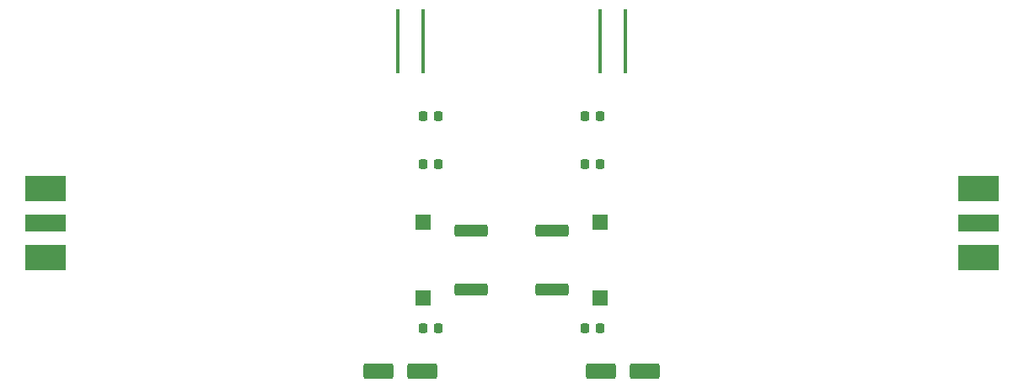
<source format=gtp>
%TF.GenerationSoftware,KiCad,Pcbnew,(7.0.0)*%
%TF.CreationDate,2023-07-10T13:28:02+01:00*%
%TF.ProjectId,lc-b3-mpa,6c632d62-332d-46d7-9061-2e6b69636164,rev?*%
%TF.SameCoordinates,PX5bf2160PY7a21618*%
%TF.FileFunction,Paste,Top*%
%TF.FilePolarity,Positive*%
%FSLAX46Y46*%
G04 Gerber Fmt 4.6, Leading zero omitted, Abs format (unit mm)*
G04 Created by KiCad (PCBNEW (7.0.0)) date 2023-07-10 13:28:02*
%MOMM*%
%LPD*%
G01*
G04 APERTURE LIST*
G04 Aperture macros list*
%AMRoundRect*
0 Rectangle with rounded corners*
0 $1 Rounding radius*
0 $2 $3 $4 $5 $6 $7 $8 $9 X,Y pos of 4 corners*
0 Add a 4 corners polygon primitive as box body*
4,1,4,$2,$3,$4,$5,$6,$7,$8,$9,$2,$3,0*
0 Add four circle primitives for the rounded corners*
1,1,$1+$1,$2,$3*
1,1,$1+$1,$4,$5*
1,1,$1+$1,$6,$7*
1,1,$1+$1,$8,$9*
0 Add four rect primitives between the rounded corners*
20,1,$1+$1,$2,$3,$4,$5,0*
20,1,$1+$1,$4,$5,$6,$7,0*
20,1,$1+$1,$6,$7,$8,$9,0*
20,1,$1+$1,$8,$9,$2,$3,0*%
G04 Aperture macros list end*
%ADD10RoundRect,0.250000X1.250000X0.550000X-1.250000X0.550000X-1.250000X-0.550000X1.250000X-0.550000X0*%
%ADD11RoundRect,0.225000X-0.225000X-0.250000X0.225000X-0.250000X0.225000X0.250000X-0.225000X0.250000X0*%
%ADD12RoundRect,0.250000X-1.250000X-0.550000X1.250000X-0.550000X1.250000X0.550000X-1.250000X0.550000X0*%
%ADD13R,1.600000X1.600000*%
%ADD14R,4.190000X1.780000*%
%ADD15R,4.190000X2.660000*%
%ADD16RoundRect,0.250000X-1.425000X0.362500X-1.425000X-0.362500X1.425000X-0.362500X1.425000X0.362500X0*%
%ADD17RoundRect,0.250000X1.425000X-0.362500X1.425000X0.362500X-1.425000X0.362500X-1.425000X-0.362500X0*%
%ADD18R,0.450000X6.500000*%
G04 APERTURE END LIST*
D10*
%TO.C,C1*%
X39981800Y6627200D03*
X35581800Y6627200D03*
%TD*%
D11*
%TO.C,C2*%
X40054800Y10945200D03*
X41604800Y10945200D03*
%TD*%
%TO.C,C3*%
X40054800Y27455200D03*
X41604800Y27455200D03*
%TD*%
%TO.C,C4*%
X40054800Y32281200D03*
X41604800Y32281200D03*
%TD*%
D12*
%TO.C,C5*%
X57933800Y6627200D03*
X62333800Y6627200D03*
%TD*%
D11*
%TO.C,C6*%
X56310800Y10945200D03*
X57860800Y10945200D03*
%TD*%
%TO.C,C7*%
X56310800Y27455200D03*
X57860800Y27455200D03*
%TD*%
%TO.C,C8*%
X56310800Y32281200D03*
X57860800Y32281200D03*
%TD*%
D13*
%TO.C,FB1*%
X40067799Y21613199D03*
X40067799Y13993199D03*
%TD*%
%TO.C,FB2*%
X57847799Y13993199D03*
X57847799Y21613199D03*
%TD*%
D14*
%TO.C,J1*%
X2132499Y21485620D03*
D15*
X2132499Y17995620D03*
X2132499Y24975620D03*
%TD*%
D14*
%TO.C,J2*%
X95899999Y21499999D03*
D15*
X95899999Y24989999D03*
X95899999Y18009999D03*
%TD*%
D16*
%TO.C,R1*%
X44893800Y20765700D03*
X44893800Y14840700D03*
%TD*%
D17*
%TO.C,R2*%
X53021800Y14840700D03*
X53021800Y20765700D03*
%TD*%
D18*
%TO.C,U1*%
X37569999Y39799999D03*
X40109999Y39799999D03*
X57889999Y39799999D03*
X60429999Y39799999D03*
%TD*%
M02*

</source>
